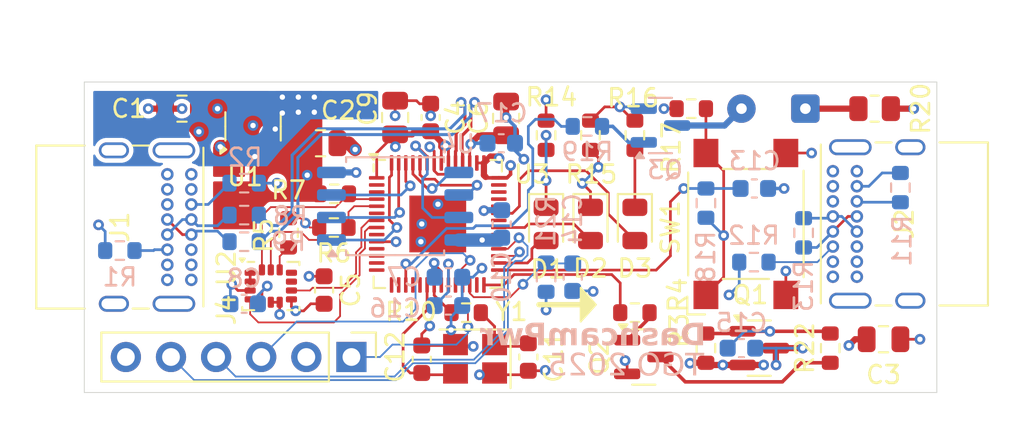
<source format=kicad_pcb>
(kicad_pcb (version 20241229) (generator "pcbnew") (generator_version "9.0")
  (layers (0 "F.Cu" signal) (4 "In1.Cu" signal) (6 "In2.Cu" signal) (8 "In3.Cu" signal) (10 "In4.Cu" signal) (2 "B.Cu" signal) (13 "F.Paste" user) (15 "B.Paste" user) (5 "F.SilkS" user "F.Silkscreen") (7 "B.SilkS" user "B.Silkscreen") (1 "F.Mask" user) (3 "B.Mask" user) (25 "Edge.Cuts" user))
  (net 0 "")
  (net 1 "+5V")
  (net 2 "GND")
  (net 3 "+3.3V")
  (net 4 "/VCORE")
  (net 5 "Net-(C11-Pad1)")
  (net 6 "Net-(U3-XIN)")
  (net 7 "/BTN")
  (net 8 "Net-(U3-RUN)")
  (net 9 "Net-(D1-K)")
  (net 10 "/LED_G")
  (net 11 "/LED_R")
  (net 12 "Net-(D2-K)")
  (net 13 "Net-(D3-K)")
  (net 14 "/LED_Y")
  (net 17 "Net-(J1-CC2)")
  (net 18 "/USB_D_P")
  (net 19 "/USB_D_N")
  (net 20 "Net-(J1-CC1)")
  (net 22 "Net-(J2-D+-PadA6)")
  (net 23 "Net-(J2-CC1)")
  (net 24 "Net-(J2-D--PadA7)")
  (net 26 "Net-(J2-CC2)")
  (net 27 "/SWC")
  (net 28 "/URX")
  (net 29 "/UTX")
  (net 30 "/SWD")
  (net 31 "Net-(Q1-G)")
  (net 32 "Net-(Q2-B)")
  (net 33 "Net-(Q3-C)")
  (net 34 "Net-(Q3-B)")
  (net 35 "/USB_OUT_ON")
  (net 36 "Net-(U2-CS)")
  (net 37 "/I2C_SCL")
  (net 38 "/I2C_SDA")
  (net 39 "/USB_RES_D_N")
  (net 40 "/USB_RES_D_P")
  (net 41 "Net-(U3-XOUT)")
  (net 42 "Net-(R17-Pad2)")
  (net 43 "/BUZZER")
  (net 44 "Net-(LS1-Pad1)")
  (net 47 "/IMU_INT2")
  (net 48 "/IMU_INT1")
  (net 51 "/QSPI_SD1")
  (net 60 "/QSPI_SD2")
  (net 61 "/QSPI_CLK")
  (net 65 "/QSPI_SS")
  (net 67 "/USB_VOUT")
  (net 72 "/QSPI_SD0")
  (net 73 "/QSPI_SD3")
  (net 75 "Net-(Q2-C)")
  (footprint "Resistor_SMD:R_0603_1608Metric" (layer "F.Cu") (at 98.5 105)
    (property "Reference" "R4")
    (property "Value" "5.1k")
  )
  (footprint "Resistor_SMD:R_0603_1608Metric" (layer "F.Cu") (at 79 100.5 -90)
    (property "Reference" "R5")
    (property "Value" "5.1k")
  )
  (footprint "Capacitor_SMD:C_0603_1608Metric" (layer "F.Cu") (at 87 94 90)
    (property "Reference" "C4")
    (property "Value" "100n")
  )
  (footprint "Connector_USB:USB_C_Receptacle_GCT_USB4085" (layer "F.Cu") (at 109.65 102.975 90)
    (property "Reference" "J2")
    (property "Value" "USB_C_Receptacle_USB2.0_16P")
  )
  (footprint "Resistor_SMD:R_0603_1608Metric" (layer "F.Cu") (at 96 95 90)
    (property "Reference" "R15")
    (property "Value" "270R")
  )
  (footprint "Resistor_SMD:R_0603_1608Metric" (layer "F.Cu") (at 102.5 107 90)
    (property "Reference" "R3")
    (property "Value" "5.1k")
  )
  (footprint "Connector_PinHeader_2.54mm:PinHeader_1x06_P2.54mm_Vertical" (layer "F.Cu") (at 82.54 107.5 -90)
    (property "Reference" "J4")
    (property "Value" "Conn_01x06")
  )
  (footprint "Package_TO_SOT_SMD:SOT-23" (layer "F.Cu") (at 99 107.5)
    (property "Reference" "Q2")
    (property "Value" "MMBT5551L")
  )
  (footprint "Capacitor_SMD:C_0603_1608Metric" (layer "F.Cu") (at 81 103.725 90)
    (property "Reference" "C5")
    (property "Value" "100n")
  )
  (footprint "Connector_Wire:SolderWire-0.1sqmm_1x02_P3.6mm_D0.4mm_OD1mm" (layer "F.Cu") (at 108.1 93.5 180)
    (property "Reference" "LS1" (hide yes))
    (property "Value" "Speaker_Crystal")
  )
  (footprint "Capacitor_SMD:C_0805_2012Metric" (layer "F.Cu") (at 73 93.5 180)
    (property "Reference" "C1")
    (property "Value" "4.7u 25V")
  )
  (footprint "Button_Switch_SMD:SW_SPST_Omron_B3FS-100xP" (layer "F.Cu") (at 104.75 100 90)
    (property "Reference" "SW1")
    (property "Value" "B3FS-1000P")
  )
  (footprint "Package_LGA:LGA-14_3x2.5mm_P0.5mm_LayoutBorder3x4y" (layer "F.Cu") (at 78 103.5)
    (property "Reference" "U2")
    (property "Value" "LSM6DS3")
  )
  (footprint "Resistor_SMD:R_0603_1608Metric" (layer "F.Cu") (at 101.675 93.5)
    (property "Reference" "R17")
    (property "Value" "5.1k")
  )
  (footprint "Connector_USB:USB_C_Receptacle_GCT_USB4085" (layer "F.Cu") (at 73.525 97.2 -90)
    (property "Reference" "J1")
    (property "Value" "USB_C_Receptacle_USB2.0_16P")
  )
  (footprint "Resistor_SMD:R_0603_1608Metric" (layer "F.Cu") (at 81.55 100.2)
    (property "Reference" "R6")
    (property "Value" "5.1k")
  )
  (footprint "Package_DFN_QFN:QFN-56-1EP_7x7mm_P0.4mm_EP3.2x3.2mm" (layer "F.Cu") (at 87.4 100)
    (property "Reference" "U3")
    (property "Value" "RP2040")
  )
  (footprint "Capacitor_SMD:C_0805_2012Metric" (layer "F.Cu") (at 85 94 90)
    (property "Reference" "C9")
    (property "Value" "1u 50V")
  )
  (footprint "LED_SMD:LED_0805_2012Metric" (layer "F.Cu") (at 98.5 100 -90)
    (property "Reference" "D3")
    (property "Value" "Yellow 0805")
  )
  (footprint "Resistor_SMD:R_0603_1608Metric" (layer "F.Cu") (at 98.5 95 90)
    (property "Reference" "R16")
    (property "Value" "270R")
  )
  (footprint "Package_TO_SOT_SMD:SOT-23-3" (layer "F.Cu") (at 77 94.5 90)
    (property "Reference" "U1")
    (property "Value" "XC6206P332MR-G")
  )
  (footprint "Resistor_SMD:R_0603_1608Metric" (layer "F.Cu") (at 109.5 107 90)
    (property "Reference" "R22")
    (property "Value" "270R")
  )
  (footprint "Package_TO_SOT_SMD:SOT-23" (layer "F.Cu") (at 105.5 107)
    (property "Reference" "Q1")
    (property "Value" "IRLML6402")
  )
  (footprint "Crystal:Crystal_SMD_Abracon_ABM8AIG-4Pin_3.2x2.5mm" (layer "F.Cu") (at 89.5 107.6 180)
    (property "Reference" "Y1")
    (property "Value" "X322512MSB4SI")
  )
  (footprint "Resistor_SMD:R_0603_1608Metric" (layer "F.Cu") (at 89 105 180)
    (property "Reference" "R10")
    (property "Value" "1k")
  )
  (footprint "LED_SMD:LED_0805_2012Metric" (layer "F.Cu") (at 96 100 -90)
    (property "Reference" "D2")
    (property "Value" "Red 0805")
  )
  (footprint "LED_SMD:LED_0805_2012Metric" (layer "F.Cu") (at 93.5 100 -90)
    (property "Reference" "D1")
    (property "Value" "Green 0805")
  )
  (footprint "Capacitor_SMD:C_0603_1608Metric" (layer "F.Cu") (at 92.5 107.5 -90)
    (property "Reference" "C11")
    (property "Value" "15p")
  )
  (footprint "Resistor_SMD:R_0805_2012Metric" (layer "F.Cu") (at 112 93.5 180)
    (property "Reference" "R20")
    (property "Value" "0R")
  )
  (footprint "Resistor_SMD:R_0603_1608Metric" (layer "F.Cu") (at 81.575 98.3)
    (property "Reference" "R7")
    (property "Value" "5.1k")
  )
  (footprint "Capacitor_SMD:C_0805_2012Metric" (layer "F.Cu") (at 91.25 94.05 90)
    (property "Reference" "C6")
    (property "Value" "1u 50V")
  )
  (footprint "Capacitor_SMD:C_0603_1608Metric" (layer "F.Cu") (at 86.5 107.625 90)
    (property "Reference" "C12")
    (property "Value" "15p")
  )
  (footprint "Resistor_SMD:R_0603_1608Metric" (layer "F.Cu") (at 93.5 95 90)
    (property "Reference" "R14")
    (property "Value" "270R")
  )
  (footprint "Capacitor_SMD:C_0805_2012Metric" (layer "F.Cu") (at 112.5 106.5)
    (property "Reference" "C3")
    (property "Value" "4.7u 25V")
  )
  (footprint "Capacitor_SMD:C_0805_2012Metric" (layer "F.Cu") (at 80.8 95.45)
    (property "Reference" "C2")
    (property "Value" "1u 50V")
  )
  (footprint "Package_TO_SOT_SMD:SOT-23" (layer "B.Cu") (at 99.9375 94.45)
    (property "Reference" "Q3")
    (property "Value" "MMBT5551L")
  )
  (footprint "Capacitor_SMD:C_0603_1608Metric" (layer "B.Cu") (at 90.975 95.45)
    (property "Reference" "C17")
    (property "Value" "100n")
  )
  (footprint "Resistor_SMD:R_0603_1608Metric" (layer "B.Cu") (at 93.5 103 90)
    (property "Reference" "R21")
    (property "Value" "5.1k")
  )
  (footprint "Capacitor_SMD:C_0603_1608Metric" (layer "B.Cu") (at 88 103)
    (property "Reference" "C7")
    (property "Value" "100n")
  )
  (footprint "Resistor_SMD:R_0603_1608Metric" (layer "B.Cu") (at 76.5 99.5)
    (property "Reference" "R8")
    (property "Value" "27R")
  )
  (footprint "Resistor_SMD:R_0603_1608Metric" (layer "B.Cu") (at 76.5 101 180)
    (property "Reference" "R9")
    (property "Value" "27R")
  )
  (footprint "Resistor_SMD:R_0603_1608Metric" (layer "B.Cu") (at 108 100.5 -90)
    (property "Reference" "R13")
    (property "Value" "NF")
  )
  (footprint "Capacitor_SMD:C_0603_1608Metric" (layer "B.Cu") (at 95 103 -90)
    (property "Reference" "C14")
    (property "Value" "100n")
  )
  (footprint "Resistor_SMD:R_0603_1608Metric" (layer "B.Cu") (at 113.45 97.95 -90)
    (property "Reference" "R11")
    (property "Value" "5.1k")
  )
  (footprint "Resistor_SMD:R_0603_1608Metric" (layer "B.Cu") (at 95.825 94.5)
    (property "Reference" "R19")
    (property "Value" "5.1k")
  )
  (footprint "Resistor_SMD:R_0603_1608Metric" (layer "B.Cu") (at 102.5 98.825 90)
    (property "Reference" "R18")
    (property "Value" "270R")
  )
  (footprint "Capacitor_SMD:C_0603_1608Metric" (layer "B.Cu") (at 104.5 107 180)
    (property "Reference" "C15")
    (property "Value" "100n")
  )
  (footprint "Capacitor_SMD:C_0603_1608Metric" (layer "B.Cu") (at 91 100 90)
    (property "Reference" "C10")
    (property "Value" "100n")
  )
  (footprint "Package_SO:SOIC-8_5.3x5.3mm_P1.27mm" (layer "B.Cu") (at 85 99)
    (property "Reference" "U4")
    (property "Value" "W25Q128JVS")
  )
  (footprint "Capacitor_SMD:C_0603_1608Metric" (layer "B.Cu") (at 88 104.6)
    (property "Reference" "C16")
    (property "Value" "100n")
  )
  (footprint "Resistor_SMD:R_0603_1608Metric" (layer "B.Cu") (at 69.5 101.5 180)
    (property "Reference" "R1")
    (property "Value" "5.1k")
  )
  (footprint "Capacitor_SMD:C_0603_1608Metric" (layer "B.Cu") (at 76.5 104.5 180)
    (property "Reference" "C8")
    (property "Value" "100n")
  )
  (footprint "Resistor_SMD:R_0603_1608Metric" (layer "B.Cu") (at 105.2 102.15)
    (property "Reference" "R12")
    (property "Value" "5.1k")
  )
  (footprint "Capacitor_SMD:C_0603_1608Metric" (layer "B.Cu") (at 105.225 98)
    (property "Reference" "C13")
    (property "Value" "100n")
  )
  (footprint "Resistor_SMD:R_0603_1608Metric" (layer "B.Cu") (at 76.5 97.7)
    (property "Reference" "R2")
    (property "Value" "5.1k")
  )
  (gr_line (start 95.45 104.55) (end 95.45 105.5) (stroke (width 0.1)) (layer "F.SilkS"))
  (gr_line (start 95.45 103.6) (end 95.45 104.55) (stroke (width 0.1)) (layer "F.SilkS"))
  (gr_line (start 95.45 105.5) (end 96.3 104.55) (stroke (width 0.1)) (layer "F.SilkS"))
  (gr_line (start 93.1 104.55) (end 95.9 104.55) (stroke (width 0.3)) (layer "F.SilkS"))
  (gr_poly (pts (xy 95.45 103.6) (xy 95.45 105.5) (xy 96.3 104.55)) (stroke (width 0.1)) (fill yes) (layer "F.SilkS"))
  (gr_line (start 96.3 104.55) (end 95.45 103.6) (stroke (width 0.1)) (layer "F.SilkS"))
  (gr_line (start 115.5 92) (end 67.5 92) (stroke (width 0.05)) (layer "Edge.Cuts"))
  (gr_line (start 115.5 109.5) (end 115.5 92) (stroke (width 0.05)) (layer "Edge.Cuts"))
  (gr_line (start 67.5 92) (end 67.5 109.5) (stroke (width 0.05)) (layer "Edge.Cuts"))
  (gr_line (start 67.5 109.5) (end 115.5 109.5) (stroke (width 0.05)) (layer "Edge.Cuts"))
  (gr_text "TGO 2025" (at 102.4 108.75 0) (layer "B.SilkS") (effects (font (size 1.25 1.25) (thickness 0.3)) (justify left bottom mirror)))
  (gr_text "DashcamPwr" (at 102.5 107.05 0) (layer "B.SilkS") (effects (font (size 1.25 1.25) (thickness 0.3)) (justify left bottom mirror)))
  (segment (start 101.625 107.825) (end 101.6 107.85) (width 0.35) (layer "F.Cu") (net 1))
  (segment (start 77 93.3625) (end 77 93.7) (width 0.75) (layer "F.Cu") (net 1))
  (segment (start 102.5 107.825) (end 101.625 107.825) (width 0.35) (layer "F.Cu") (net 1))
  (segment (start 112.9125 93.5) (end 114.2 93.5) (width 0.35) (layer "F.Cu") (net 1))
  (segment (start 77 93.7) (end 76.999 93.701) (width 0.75) (layer "F.Cu") (net 1))
  (segment (start 102.625 107.95) (end 102.5 107.825) (width 0.35) (layer "F.Cu") (net 1))
  (segment (start 73.95 93.5) (end 73.95 94.8) (width 0.35) (layer "F.Cu") (net 1))
  (segment (start 104.5625 107.95) (end 103.45 107.95) (width 0.35) (layer "F.Cu") (net 1))
  (segment (start 76.1 93.5) (end 75 93.5) (width 0.75) (layer "F.Cu") (net 1))
  (segment (start 73.95 93.5) (end 75 93.5) (width 0.35) (layer "F.Cu") (net 1))
  (segment (start 76.999 93.701) (end 76.999 94.45) (width 0.75) (layer "F.Cu") (net 1))
  (segment (start 105.55 107.95) (end 105.8 107.95) (width 0.35) (layer "F.Cu") (net 1))
  (segment (start 104.5625 107.95) (end 105.55 107.95) (width 0.35) (layer "F.Cu") (net 1))
  (segment (start 76.2375 93.3625) (end 76.1 93.5) (width 0.75) (layer "F.Cu") (net 1))
  (segment (start 105.8 107.95) (end 105.749997 107.95) (width 0.35) (layer "F.Cu") (net 1))
  (segment (start 77 93.3625) (end 76.2375 93.3625) (width 0.75) (layer "F.Cu") (net 1))
  (segment (start 103.45 107.95) (end 102.625 107.95) (width 0.35) (layer "F.Cu") (net 1))
  (via (at 75 93.5) (size 0.6) (drill 0.3) (layers "F.Cu" "B.Cu") (net 1))
  (via (at 103.45 107.95) (size 0.6) (drill 0.3) (layers "F.Cu" "B.Cu") (net 1))
  (via (at 114.2 93.5) (size 0.6) (drill 0.3) (layers "F.Cu" "B.Cu") (net 1))
  (via (at 105.749997 107.95) (size 0.6) (drill 0.3) (layers "F.Cu" "B.Cu") (net 1))
  (via (at 73.95 94.8) (size 0.6) (drill 0.3) (layers "F.Cu" "B.Cu") (net 1))
  (via (at 76.999 94.45) (size 0.6) (drill 0.3) (layers "F.Cu" "B.Cu") (net 1))
  (via (at 101.6 107.85) (size 0.6) (drill 0.3) (layers "F.Cu" "B.Cu") (net 1))
  (segment (start 72.05 93.65) (end 72.1 93.7) (width 0.1524) (layer "F.Cu") (net 2))
  (segment (start 78.5 104.4125) (end 78.5 105.1) (width 0.1524) (layer "F.Cu") (net 2))
  (segment (start 88.4 106.9) (end 89.399998 106.9) (width 0.1524) (layer "F.Cu") (net 2))
  (segment (start 96 94.175) (end 96.025 94.175) (width 0.1524) (layer "F.Cu") (net 2))
  (segment (start 113.45 106.5) (end 114.55 106.5) (width 0.1524) (layer "F.Cu") (net 2))
  (segment (start 81.75 95.45) (end 82.4 95.45) (width 0.75) (layer "F.Cu") (net 2))
  (segment (start 76.8375 103.25) (end 76.8375 102.75) (width 0.1524) (layer "F.Cu") (net 2))
  (segment (start 98.0625 108.45) (end 98.0625 107.8125) (width 0.1524) (layer "F.Cu") (net 2))
  (segment (start 72.05 93.5) (end 73 93.5) (width 0.35) (layer "F.Cu") (net 2))
  (segment (start 76.8375 103.75) (end 76.15 103.75) (width 0.1524) (layer "F.Cu") (net 2))
  (segment (start 98.0625 107.8125) (end 97.95 107.7) (width 0.1524) (layer "F.Cu") (net 2))
  (segment (start 106.95 104) (end 106.9 104.05) (width 0.1524) (layer "F.Cu") (net 2))
  (segment (start 98.5 94.175) (end 98.425 94.175) (width 0.1524) (layer "F.Cu") (net 2))
  (segment (start 86.2 93.05) (end 85 93.05) (width 0.1524) (layer "F.Cu") (net 2))
  (segment (start 88.150122 106.650122) (end 88.4 106.9) (width 0.1524) (layer "F.Cu") (net 2))
  (segment (start 107 104) (end 107 102.65) (width 0.1524) (layer "F.Cu") (net 2))
  (segment (start 76.8375 103.75) (end 76.8375 103.25) (width 0.1524) (layer "F.Cu") (net 2))
  (segment (start 85 93.05) (end 85 93.9) (width 0.1524) (layer "F.Cu") (net 2))
  (segment (start 92.5 108.275) (end 93.425 108.275) (width 0.1524) (layer "F.Cu") (net 2))
  (segment (start 87.4 100) (end 87.4 98.9) (width 0.1524) (layer "F.Cu") (net 2))
  (segment (start 86.5 106.85) (end 86.5 106.2) (width 0.1524) (layer "F.Cu") (net 2))
  (segment (start 88.150122 105.975) (end 88.150122 106.650122) (width 0.1524) (layer "F.Cu") (net 2))
  (segment (start 86.375 93.225) (end 86.2 93.05) (width 0.1524) (layer "F.Cu") (net 2))
  (segment (start 93.425 108.275) (end 93.45 108.25) (width 0.1524) (layer "F.Cu") (net 2))
  (segment (start 76.05 95.6375) (end 75.1625 95.6375) (width 0.75) (layer "F.Cu") (net 2))
  (segment (start 88.25 106.9) (end 88.2 106.85) (width 0.1524) (layer "F.Cu") (net 2))
  (segment (start 87 93.225) (end 87 93.9) (width 0.1524) (layer "F.Cu") (net 2))
  (segment (start 88.4 106.9) (end 88.25 106.9) (width 0.1524) (layer "F.Cu") (net 2))
  (segment (start 81 102.95) (end 80.15 102.95) (width 0.1524) (layer "F.Cu") (net 2))
  (segment (start 96.8 93.4) (end 97.65 93.4) (width 0.1524) (layer "F.Cu") (net 2))
  (segment (start 82.4 95.45) (end 82.75 95.8) (width 0.75) (layer "F.Cu") (net 2))
  (segment (start 76.15 103.75) (end 75.8 103.4) (width 0.1524) (layer "F.Cu") (net 2))
  (segment (start 96.025 94.175) (end 96.8 93.4) (width 0.1524) (layer "F.Cu") (net 2))
  (segment (start 98.425 94.175) (end 97.65 93.4) (width 0.1524) (layer "F.Cu") (net 2))
  (segment (start 87.4 100.05) (end 86.45 101) (width 0.1524) (layer "F.Cu") (net 2))
  (segment (start 90.6 108.5) (end 89.75 108.5) (width 0.1524) (layer "F.Cu") (net 2))
  (segment (start 87.4 100) (end 87.4 100.05) (width 0.1524) (layer "F.Cu") (net 2))
  (segment (start 88.2 106.85) (end 86.5 106.85) (width 0.1524) (layer "F.Cu") (net 2))
  (segment (start 75.1625 95.6375) (end 75.15 95.65) (width 0.75) (layer "F.Cu") (net 2))
  (segment (start 87 93.225) (end 86.375 93.225) (width 0.1524) (layer "F.Cu") (net 2))
  (segment (start 90.6 108.5) (end 92.275 108.5) (width 0.1524) (layer "F.Cu") (net 2))
  (segment (start 93.5 94.175) (end 93.5 93) (width 0.1524) (layer "F.Cu") (net 2))
  (segment (start 91.25 93.1) (end 91.25 94) (width 0.35) (layer "F.Cu") (net 2))
  (segment (start 87.4 98.9) (end 87.411725 98.888275) (width 0.1524) (layer "F.Cu") (net 2))
  (segment (start 92.275 108.5) (end 92.5 108.275) (width 0.1524) (layer "F.Cu") (net 2))
  (segment (start 86.5 106.2) (end 86.95 105.75) (width 0.1524) (layer "F.Cu") (net 2))
  (segment (start 87.4 100) (end 86.5 100) (width 0.1524) (layer "F.Cu") (net 2))
  (segment (start 71.1 93.5) (end 72.05 93.5) (width 0.35) (layer "F.Cu") (net 2))
  (segment (start 107 96) (end 108.45 96) (width 0.1524) (layer "F.Cu") (net 2))
  (segment (start 78 104.4125) (end 78.5 104.4125) (width 0.1524) (layer "F.Cu") (net 2))
  (via (at 73 93.5) (size 0.6) (drill 0.3) (layers "F.Cu" "B.Cu") (net 2))
  (via (at 88.150122 105.975) (size 0.6) (drill 0.3) (layers "F.Cu" "B.Cu") (net 2))
  (via (at 82.75 95.8) (size 0.6) (drill 0.3) (layers "F.Cu" "B.Cu") (net 2))
  (via (at 91.25 94) (size 0.6) (drill 0.3) (layers "F.Cu" "B.Cu") (net 2))
  (via (at 78.5 105.1) (size 0.6) (drill 0.3) (layers "F.Cu" "B.Cu") (net 2))
  (via (at 86.45 101) (size 0.6) (drill 0.3) (layers "F.Cu" "B.Cu") (net 2))
  (via (at 78.35 97.7) (size 0.6) (drill 0.3) (layers "F.Cu" "B.Cu") (net 2))
  (via (at 87 93.9) (size 0.6) (drill 0.3) (layers "F.Cu" "B.Cu") (net 2))
  (via (at 97.65 93.4) (size 0.6) (drill 0.3) (layers "F.Cu" "B.Cu") (net 2))
  (via (at 97.95 107.7) (size 0.6) (drill 0.3) (layers "F.Cu" "B.Cu") (net 2))
  (via (at 89.888167 102.492598) (size 0.6) (drill 0.3) (layers "F.Cu" "B.Cu") (net 2))
  (via (at 107 102.65) (size 0.6) (drill 0.3) (layers "F.Cu" "B.Cu") (net 2))
  (via (at 86.5 100) (size 0.6) (drill 0.3) (layers "F.Cu" "B.Cu") (net 2))
  (via (at 106.9 98) (size 0.6) (drill 0.3) (layers "F.Cu" "B.Cu") (net 2))
  (via (at 93.5 93) (size 0.6) (drill 0.3) (layers "F.Cu" "B.Cu") (net 2))
  (via (at 114.55 106.5) (size 0.6) (drill 0.3) (layers "F.Cu" "B.Cu") (net 2))
  (via (at 68.3 100.05) (size 0.6) (drill 0.3) (layers "F.Cu" "B.Cu") (net 2))
  (via (at 93.45 108.25) (size 0.6) (drill 0.3) (layers "F.Cu" "B.Cu") (net 2))
  (via (at 89.75 108.5) (size 0.6) (drill 0.3) (layers "F.Cu" "B.Cu") (net 2))
  (via (at 82.8 97.1) (size 0.6) (drill 0.3) (layers "F.Cu" "B.Cu") (net 2))
  (via (at 85 93.9) (size 0.6) (drill 0.3) (layers "F.Cu" "B.Cu") (net 2))
  (via (at 75.15 95.65) (size 0.6) (drill 0.3) (layers "F.Cu" "B.Cu") (net 2))
  (via (at 87.411725 98.888275) (size 0.6) (drill 0.3) (layers "F.Cu" "B.Cu") (net 2))
  (via (at 108.45 96) (size 0.6) (drill 0.3) (layers "F.Cu" "B.Cu") (net 2))
  (via (at 89.399998 106.9) (size 0.6) (drill 0.3) (layers "F.Cu" "B.Cu") (net 2))
  (via (at 86.95 105.75) (size 0.6) (drill 0.3) (layers "F.Cu" "B.Cu") (net 2))
  (via (at 80.15 102.95) (size 0.6) (drill 0.3) (layers "F.Cu" "B.Cu") (net 2))
  (via (at 96.15 103.8) (size 0.6) (drill 0.3) (layers "F.Cu" "B.Cu") (net 2))
  (via (at 92.25 96.35) (size 0.6) (drill 0.3) (layers "F.Cu" "B.Cu") (net 2))
  (via (at 71.1 93.5) (size 0.6) (drill 0.3) (layers "F.Cu" "B.Cu") (net 2))
  (via (at 75.8 103.4) (size 0.6) (drill 0.3) (layers "F.Cu" "B.Cu") (net 2))
  (via (at 90 99.25) (size 0.6) (drill 0.3) (layers "F.Cu" "B.Cu") (net 2))
  (segment (start 89.380765 103) (end 89.888167 102.492598) (width 0.1524) (layer "B.Cu") (net 2))
  (segment (start 91.75 94.5) (end 91.25 94) (width 0.2) (layer "B.Cu") (net 2))
  (segment (start 81.4125 97.095) (end 82.795 97.095) (width 0.35) (layer "B.Cu") (net 2))
  (segment (start 106 98) (end 106.9 98) (width 0.2) (layer "B.Cu") (net 2))
  (segment (start 82.795 97.095) (end 82.8 97.1) (width 0.35) (layer "B.Cu") (net 2))
  (segment (start 91.75 95.45) (end 91.75 94.5) (width 0.2) (layer "B.Cu") (net 2))
  (segment (start 91.75 95.45) (end 91.75 95.85) (width 0.2) (layer "B.Cu") (net 2))
  (segment (start 90.025 99.225) (end 90 99.25) (width 0.35) (layer "B.Cu") (net 2))
  (segment (start 88.150122 105.975) (end 88.150122 105.224878) (width 0.1524) (layer "B.Cu") (net 2))
  (segment (start 75.725 104.5) (end 75.725 103.475) (width 0.1524) (layer "B.Cu") (net 2))
  (segment (start 77.325 97.7) (end 78.35 97.7) (width 0.1524) (layer "B.Cu") (net 2))
  (segment (start 98.25 93.5) (end 98.15 93.4) (width 0.1524) (layer "B.Cu") (net 2))
  (segment (start 88.775 104.6) (end 88.775 103) (width 0.1524) (layer "B.Cu") (net 2))
  (segment (start 99 93.5) (end 98.25 93.5) (width 0.1524) (layer "B.Cu") (net 2))
  (segment (start 91 99.225) (end 90.025 99.225) (width 0.35) (layer "B.Cu") (net 2))
  (segment (start 68.675 100.425) (end 68.3 100.05) (width 0.1524) (layer "B.Cu") (net 2))
  (segment (start 91.75 95.85) (end 92.25 96.35) (width 0.2) (layer "B.Cu") (net 2))
  (segment (start 96.125 103.775) (end 96.15 103.8) (width 0.1524) (layer "B.Cu") (net 2))
  (segment (start 95 103.775) (end 96.125 103.775) (width 0.1524) (layer "B.Cu") (net 2))
  (segment (start 98.15 93.4) (end 97.65 93.4) (width 0.1524) (layer "B.Cu") (net 2))
  (segment (start 88.150122 105.224878) (end 88.775 104.6) (width 0.1524) (layer "B.Cu") (net 2))
  (segment (start 75.725 103.475) (end 75.8 103.4) (width 0.1524) (layer "B.Cu") (net 2))
  (segment (start 88.775 103) (end 89.380765 103) (width 0.1524) (layer "B.Cu") (net 2))
  (segment (start 68.675 101.5) (end 68.675 100.425) (width 0.1524) (layer "B.Cu") (net 2))
  (segment (start 88 95.65) (end 87.6 95.65) (width 0.35) (layer "F.Cu") (net 3))
  (segment (start 79.675 99.675) (end 79 99.675) (width 0.1) (layer "F.Cu") (net 3))
  (segment (start 87.6 102.675909) (end 87.6 103.4375) (width 0.1524) (layer "F.Cu") (net 3))
  (segment (start 86.125 94.775) (end 87 94.775) (width 0.35) (layer "F.Cu") (net 3))
  (segment (start 90 96.5625) (end 90 97.25) (width 0.35) (layer "F.Cu") (net 3))
  (segment (start 77.95 95.6375) (end 78.6875 95.6375) (width 0.75) (layer "F.Cu") (net 3))
  (segment (start 85 94.95) (end 85 95.628808) (width 0.35) (layer "F.Cu") (net 3))
  (segment (start 87.2 102.275909) (end 87.6 102.675909) (width 0.1524) (layer "F.Cu") (net 3))
  (segment (start 91.5 96.7) (end 91.5 97.2) (width 0.2) (layer "F.Cu") (net 3))
  (segment (start 90.15 97.4) (end 90.1 97.35) (width 0.2) (layer "F.Cu") (net 3))
  (segment (start 79.95 99.95) (end 79.675 99.675) (width 0.1) (layer "F.Cu") (net 3))
  (segment (start 79.1625 104.6625) (end 79.4 104.9) (width 0.1524) (layer "F.Cu") (net 3))
  (segment (start 91.3 97.4) (end 90.8375 97.4) (width 0.2) (layer "F.Cu") (net 3))
  (segment (start 78.7 95.65) (end 78.7125 95.6375) (width 0.75) (layer "F.Cu") (net 3))
  (segment (start 87.6 96.5625) (end 87.6 95.65) (width 0.1524) (layer "F.Cu") (net 3))
  (segment (start 100.138248 93.5) (end 100.1375 93.500748) (width 0.1524) (layer "F.Cu") (net 3))
  (segment (start 88 95.744188) (end 87.8438 95.587988) (width 0.1524) (layer "F.Cu") (net 3))
  (segment (start 85 95.628808) (end 85.013075 95.641883) (width 0.35) (layer "F.Cu") (net 3))
  (segment (start 79.4 104.9) (end 79.85 104.9) (width 0.1524) (layer "F.Cu") (net 3))
  (segment (start 87.6 95.375) (end 87.6 95.65) (width 0.35) (layer "F.Cu") (net 3))
  (segment (start 80.05 97.6) (end 80.75 98.3) (width 0.1) (layer "F.Cu") (net 3))
  (segment (start 90.75 96.2) (end 90.3625 96.2) (width 0.35) (layer "F.Cu") (net 3))
  (segment (start 87.2 102.2) (end 87.2 102.275909) (width 0.1524) (layer "F.Cu") (net 3))
  (segment (start 91.5 97.2) (end 91.3 97.4) (width 0.2) (layer "F.Cu") (net 3))
  (segment (start 83.9625 97.4) (end 83.9625 95.9875) (width 0.1524) (layer "F.Cu") (net 3))
  (segment (start 88 96.1) (end 88 95.744188) (width 0.1524) (layer "F.Cu") (net 3))
  (segment (start 78.7125 95.6375) (end 79.6625 95.6375) (width 0.75) (layer "F.Cu") (net 3))
  (segment (start 77.5 104.4125) (end 77.5 103.8) (width 0.1524) (layer "F.Cu") (net 3))
  (segment (start 77.95 94.95) (end 77.95 95.6375) (width 0.75) (layer "F.Cu") (net 3))
  (segment (start 90.3625 96.2) (end 90 96.5625) (width 0.35) (layer "F.Cu") (net 3))
  (segment (start 77.5 103.8) (end 77.7 103.6) (width 0.1524) (layer "F.Cu") (net 3))
  (segment (start 77.7 103.6) (end 77.8 103.5) (width 0.1524) (layer "F.Cu") (net 3))
  (segment (start 79.95 99.95) (end 80.2 100.2) (width 0.1) (layer "F.Cu") (net 3))
  (segment (start 88 96.1) (end 88 95.65) (width 0.1524) (layer "F.Cu") (net 3))
  (segment (start 79.85 104.9) (end 80.25 104.5) (width 0.1524) (layer "F.Cu") (net 3))
  (segment (start 88 96.5625) (end 88 96.1) (width 0.1524) (layer "F.Cu") (net 3))
  (segment (start 90.8375 97.4) (end 90.15 97.4) (width 0.2) (layer "F.Cu") (net 3))
  (segment (start 79.1625 104.25) (end 79.1625 104.6625) (width 0.1524) (layer "F.Cu") (net 3))
  (segment (start 90.8375 101) (end 89.995 101) (width 0.1524) (layer "F.Cu") (net 3))
  (segment (start 87 94.775) (end 87.6 95.375) (width 0.35) (layer "F.Cu") (net 3))
  (segment (start 90.85 96.3) (end 90.75 96.2) (width 0.35) (layer "F.Cu") (net 3))
  (segment (start 78.25 94.65) (end 77.95 94.95) (width 0.75) (layer "F.Cu") (net 3))
  (segment (start 100.15 93.5) (end 100.138248 93.5) (width 0.1524) (layer "F.Cu") (net 3))
  (segment (start 80.2 100.2) (end 80.725 100.2) (width 0.1) (layer "F.Cu") (net 3))
  (segment (start 83.9625 101) (end 85.05 101) (width 0.1524) (layer "F.Cu") (net 3))
  (segment (start 80.05 97.25) (end 80.05 97.6) (width 0.1) (layer "F.Cu") (net 3))
  (segment (start 90 97.25) (end 90.1 97.35) (width 0.35) (layer "F.Cu") (net 3))
  (segment (start 79.6625 95.6375) (end 79.85 95.45) (width 0.75) (layer "F.Cu") (net 3))
  (segment (start 80.25 104.5) (end 81 104.5) (width 0.1524) (layer "F.Cu") (net 3))
  (segment (start 85 94.95) (end 85.95 94.95) (width 0.35) (layer "F.Cu") (net 3))
  (segment (start 89.995 101) (end 89.9 100.905) (width 0.1524) (layer "F.Cu") (net 3))
  (segment (start 89.6 96.5625) (end 90 96.5625) (width 0.1524) (layer "F.Cu") (net 3))
  (segment (start 83.9625 95.9875) (end 85 94.95) (width 0.1524) (layer "F.Cu") (net 3))
  (segment (start 100.85 93.5) (end 100.15 93.5) (width 0.1524) (layer "F.Cu") (net 3))
  (segment (start 78.6875 95.6375) (end 78.7 95.65) (width 0.75) (layer "F.Cu") (net 3))
  (segment (start 85.95 94.95) (end 86.125 94.775) (width 0.35) (layer "F.Cu") (net 3))
  (via (at 93.5 104.85) (size 0.6) (drill 0.3) (layers "F.Cu" "B.Cu") (net 3))
  (via (at 87.8438 95.587988) (size 0.6) (drill 0.3) (layers "F.Cu" "B.Cu") (net 3))
  (via (at 91.5 96.7) (size 0.6) (drill 0.3) (layers "F.Cu" "B.Cu") (net 3))
  (via (at 85.05 101) (size 0.6) (drill 0.3) (layers "F.Cu" "B.Cu") (net 3))
  (via (at 78.25 94.65) (size 0.6) (drill 0.3) (layers "F.Cu" "B.Cu") (net 3))
  (via (at 89.9 100.905) (size 0.6) (drill 0.3) (layers "F.Cu" "B.Cu") (net 3))
  (via (at 79.55 92.85) (size 0.6) (drill 0.3) (layers "F.Cu" "B.Cu") (net 3))
  (via (at 79.4 104.9) (size 0.6) (drill 0.3) (layers "F.Cu" "B.Cu") (net 3))
  (via (at 78.65 93.75) (size 0.6) (drill 0.3) (layers "F.Cu" "B.Cu") (net 3))
  (via (at 78.65 92.85) (size 0.6) (drill 0.3) (layers "F.Cu" "B.Cu") (net 3))
  (via (at 80.45 92.85) (size 0.6) (drill 0.3) (layers "F.Cu" "B.Cu") (net 3))
  (via (at 80.45 93.7) (size 0.6) (drill 0.3) (layers "F.Cu" "B.Cu") (net 3))
  (via (at 79.95 99.95) (size 0.6) (drill 0.3) (layers "F.Cu" "B.Cu") (net 3))
  (via (at 80.05 97.25) (size 0.6) (drill 0.3) (layers "F.Cu" "B.Cu") (net 3))
  (via (at 77.8 103.5) (size 0.6) (drill 0.3) (layers "F.Cu" "B.Cu") (net 3))
  (via (at 77.1 96.2) (size 0.6) (drill 0.3) (layers "F.Cu" "B.Cu") (net 3))
  (via (at 100.1375 93.500748) (size 0.6) (drill 0.3) (layers "F.Cu" "B.Cu") (net 3))
  (via (at 90.85 96.3) (size 0.6) (drill 0.3) (layers "F.Cu" "B.Cu") (net 3))
  (via (at 85.013075 95.641883) (size 0.6) (drill 0.3) (layers "F.Cu" "B.Cu") (net 3))
  (via (at 79.55 93.7) (size 0.6) (drill 0.3) (layers "F.Cu" "B.Cu") (net 3))
  (via (at 87.2 102.2) (size 0.6) (drill 0.3) (layers "F.Cu" "B.Cu") (net 3))
  (segment (start 87.2 102.975) (end 87.225 103) (width 0.35) (layer "B.Cu") (net 3))
  (segment (start 77.275 104.5) (end 77.275 104.025) (width 0.1524) (layer "B.Cu") (net 3))
  (segment (start 88.5875 100.905) (end 90.87 100.905) (width 0.75) (layer "B.Cu") (net 3))
  (segment (start 77.275 104.025) (end 77.8 103.5) (width 0.1524) (layer "B.Cu") (net 3))
  (segment (start 90.87 100.905) (end 91 100.775) (width 0.75) (layer "B.Cu") (net 3))
  (segment (start 93.5 103.825) (end 93.5 104.85) (width 0.1524) (layer "B.Cu") (net 3))
  (segment (start 87.2 102.2) (end 87.2 102.975) (width 0.35) (layer "B.Cu") (net 3))
  (segment (start 91.25 95) (end 89.7322 95) (width 0.35) (layer "F.Cu") (net 4))
  (segment (start 89.2 95.5322) (end 89.2 96.5625) (width 0.1524) (layer "F.Cu") (net 4))
  (segment (start 88 103.4375) (end 88 102.25) (width 0.1524) (layer "F.Cu") (net 4))
  (segment (start 87.2 96.5625) (end 87.2 97) (width 0.1524) (layer "F.Cu") (net 4))
  (segment (start 87.2 97) (end 87.4 97.2) (width 0.1524) (layer "F.Cu") (net 4))
  (segment (start 89 97.2) (end 89.2 97) (width 0.1524) (layer "F.Cu") (net 4))
  (segment (start 89.3661 95.3661) (end 89.2322 95.5) (width 0.35) (layer "F.Cu") (net 4))
  (segment (start 89.2 97) (end 89.2 96.5625) (width 0.1524) (layer "F.Cu") (net 4))
  (segment (start 89.2322 95.5) (end 89.2 95.5322) (width 0.1524) (layer "F.Cu") (net 4))
  (segment (start 87.4 97.2) (end 89 97.2) (width 0.1524) (layer "F.Cu") (net 4))
  (segment (start 89.3661 95.3661) (end 89.2562 95.476) (width 0.35) (layer "F.Cu") (net 4))
  (segment (start 89.7322 95) (end 89.3661 95.3661) (width 0.35) (layer "F.Cu") (net 4))
  (segment (start 87.2 95.9) (end 86.95 95.65) (width 0.1524) (layer "F.Cu") (net 4))
  (segment (start 87.2 96.5625) (end 87.2 95.9) (width 0.1524) (layer "F.Cu") (net 4))
  (segment (start 88 103.55) (end 87.95 103.6) (width 0.1) (layer "F.Cu") (net 4))
  (segment (start 89.2562 95.476) (end 89.2562 95.5) (width 0.35) (layer "F.Cu") (net 4))
  (via (at 88 102.25) (size 0.6) (drill 0.3) (layers "F.Cu" "B.Cu") (net 4))
  (via (at 86.95 95.65) (size 0.6) (drill 0.3) (layers "F.Cu" "B.Cu") (net 4))
  (via (at 89.2562 95.5) (size 0.6) (drill 0.3) (layers "F.Cu" "B.Cu") (net 4))
  (segment (start 88 102.25) (end 88 103.825) (width 0.1524) (layer "B.Cu") (net 4))
  (segment (start 89.3062 95.45) (end 89.2562 95.5) (width 0.2) (layer "B.Cu") (net 4))
  (segment (start 88 103.825) (end 87.225 104.6) (width 0.1524) (layer "B.Cu") (net 4))
  (segment (start 90.2 95.45) (end 89.3062 95.45) (width 0.2) (layer "B.Cu") (net 4))
  (segment (start 90.6 106.9) (end 92.325 106.9) (width 0.1524) (layer "F.Cu") (net 5))
  (segment (start 90.6 105.775) (end 89.825 105) (width 0.1524) (layer "F.Cu") (net 5))
  (segment (start 90.6 106.9) (end 90.6 105.775) (width 0.1524) (layer "F.Cu") (net 5))
  (segment (start 92.325 106.9) (end 92.5 106.725) (width 0.1524) (layer "F.Cu") (net 5))
  (segment (start 85.45 106.2) (end 86.8 104.85) (width 0.1524) (layer "F.Cu") (net 6))
  (segment (start 85.85 108.4) (end 85.45 108) (width 0.1524) (layer "F.Cu") (net 6))
  (segment (start 88.4 108.5) (end 86.6 108.5) (width 0.1524) (layer "F.Cu") (net 6))
  (segment (start 86.8 104.85) (end 86.8 103.4375) (width 0.1524) (layer "F.Cu") (net 6))
  (segment (start 86.5 108.4) (end 85.85 108.4) (width 0.1524) (layer "F.Cu") (net 6))
  (segment (start 86.6 108.5) (end 86.5 108.4) (width 0.1524) (layer "F.Cu") (net 6))
  (segment (start 85.45 108) (end 85.45 106.2) (width 0.1524) (layer "F.Cu") (net 6))
  (segment (start 100.5 101.8) (end 99.7 102.6) (width 0.1524) (layer "F.Cu") (net 7))
  (segment (start 99.7 102.6) (end 90.8375 102.6) (width 0.1524) (layer "F.Cu") (net 7))
  (segment (start 101.25 98) (end 100.5 98.75) (width 0.1524) (layer "F.Cu") (net 7))
  (segment (start 100.5 98.75) (end 100.5 101.8) (width 0.1524) (layer "F.Cu") (net 7))
  (via (at 101.25 98) (size 0.6) (drill 0.3) (layers "F.Cu" "B.Cu") (net 7))
  (segment (start 101.25 98) (end 102.5 98) (width 0.1524) (layer "B.Cu") (net 7))
  (segment (start 104.45 98) (end 102.5 98) (width 0.1524) (layer "B.Cu") (net 7))
  (segment (start 91.474 104.126) (end 92.2 103.4) (width 0.1) (layer "F.Cu") (net 8))
  (segment (start 89.423936 104.126) (end 90.05 104.126) (width 0.1) (layer "F.Cu") (net 8))
  (segment (start 90.05 104.126) (end 91.474 104.126) (width 0.1) (layer "F.Cu") (net 8))
  (segment (start 89.2 103.4375) (end 89.2 103.902064) (width 0.1) (layer "F.Cu") (net 8))
  (segment (start 89.2 103.902064) (end 89.423936 104.126) (width 0.1) (layer "F.Cu") (net 8))
  (via (at 92.2 103.4) (size 0.6) (drill 0.3) (layers "F.Cu" "B.Cu") (net 8))
  (segment (start 95 102.225) (end 93.55 102.225) (width 0.1) (layer "B.Cu") (net 8))
  (segment (start 93.425 102.175) (end 92.2 103.4) (width 0.1) (layer "B.Cu") (net 8))
  (segment (start 93.5 102.175) (end 93.425 102.175) (width 0.1) (layer "B.Cu") (net 8))
  (segment (start 93.55 102.225) (end 93.5 102.175) (width 0.1) (layer "B.Cu") (net 8))
  (segment (start 93.5 99.0625) (end 93.5 97.55) (width 0.1524) (layer "F.Cu") (net 9))
  (segment (start 93.5 95.825) (end 93.5 95) (width 0.1524) (layer "F.Cu") (net 9))
  (segment (start 93.5 99.0625) (end 92.9375 99.0625) (width 0.1524) (layer "F.Cu") (net 9))
  (via (at 93.5 97.55) (size 0.6) (drill 0.3) (layers "F.Cu" "B.Cu") (net 9))
  (via (at 93.5 95) (size 0.6) (drill 0.3) (layers "F.Cu" "B.Cu") (net 9))
  (segment (start 93.5 97.55) (end 93.5 95) (width 0.1524) (layer "B.Cu") (net 9))
  (segment (start 93.1625 100.9375) (end 93.5 100.9375) (width 0.1524) (layer "F.Cu") (net 10))
  (segment (start 90.8375 102.2) (end 92.45 102.2) (width 0.1524) (layer "F.Cu") (net 10))
  (segment (start 92.7 101.95) (end 92.7 101.4) (width 0.1524) (layer "F.Cu") (net 10))
  (segment (start 92.7 101.4) (end 93.1625 100.9375) (width 0.1524) (layer "F.Cu") (net 10))
  (segment (start 92.45 102.2) (end 92.7 101.95) (width 0.1524) (layer "F.Cu") (net 10))
  (segment (start 95.0625 100) (end 96 100.9375) (width 0.1524) (layer "F.Cu") (net 11))
  (segment (start 92.5 100) (end 95.0625 100) (width 0.1524) (layer "F.Cu") (net 11))
  (segment (start 92.3 100.2) (end 92.5 100) (width 0.1524) (layer "F.Cu") (net 11))
  (segment (start 90.8375 100.2) (end 92.3 100.2) (width 0.1524) (layer "F.Cu") (net 11))
  (segment (start 96.45 96.8) (end 96.45 96.275) (width 0.1524) (layer "F.Cu") (net 12))
  (segment (start 96.45 96.275) (end 96 95.825) (width 0.1524) (layer "F.Cu") (net 12))
  (segment (start 96 98.17345) (end 95.538275 97.711725) (width 0.1524) (layer "F.Cu") (net 12))
  (segment (start 96 99.0625) (end 96 98.17345) (width 0.1524) (layer "F.Cu") (net 12))
  (via (at 96.45 96.8) (size 0.6) (drill 0.3) (layers "F.Cu" "B.Cu") (net 12))
  (via (at 95.538275 97.711725) (size 0.6) (drill 0.3) (layers "F.Cu" "B.Cu") (net 12))
  (segment (start 95.538275 97.711725) (end 96.45 96.8) (width 0.1524) (layer "B.Cu") (net 12))
  (segment (start 98.5 99.0625) (end 98.5 95.825) (width 0.1524) (layer "F.Cu") (net 13))
  (segment (start 97 99.4375) (end 98.5 100.9375) (width 0.1524) (layer "F.Cu") (net 14))
  (segment (start 92.5 97) (end 95.75 97) (width 0.1524) (layer "F.Cu") (net 14))
  (segment (start 92 99) (end 92 97.5) (width 0.1524) (layer "F.Cu") (net 14))
  (segment (start 92 97.5) (end 92.5 97) (width 0.1524) (layer "F.Cu") (net 14))
  (segment (start 97 98.25) (end 97 99.4375) (width 0.1524) (layer "F.Cu") (net 14))
  (segment (start 91.6 99.4) (end 92 99) (width 0.1524) (layer "F.Cu") (net 14))
  (segment (start 95.75 97) (end 97 98.25) (width 0.1524) (layer "F.Cu") (net 14))
  (segment (start 90.8375 99.4) (end 91.6 99.4) (width 0.1524) (layer "F.Cu") (net 14))
  (segment (start 72.125 101.5) (end 72.175 101.45) (width 0.1) (layer "B.Cu") (net 17))
  (segment (start 70.325 101.5) (end 71.4 101.5) (width 0.1524) (layer "B.Cu") (net 17))
  (segment (start 71.45 101.45) (end 72.175 101.45) (width 0.1524) (layer "B.Cu") (net 17))
  (segment (start 71.4 101.5) (end 71.45 101.45) (width 0.1524) (layer "B.Cu") (net 17))
  (segment (start 75.6 99.5) (end 75.0024 100.0976) (width 0.1524) (layer "B.Cu") (net 18))
  (segment (start 75.0024 100.0976) (end 73.8726 100.0976) (width 0.1524) (layer "B.Cu") (net 18))
  (segment (start 73.8726 100.0976) (end 73.525 99.75) (width 0.1524) (layer "B.Cu") (net 18))
  (segment (start 73.025 99.75) (end 72.175 100.6) (width 0.1524) (layer "B.Cu") (net 18))
  (segment (start 75.675 99.5) (end 75.6 99.5) (width 0.1524) (layer "B.Cu") (net 18))
  (segment (start 73.525 99.75) (end 73.025 99.75) (width 0.1524) (layer "B.Cu") (net 18))
  (segment (start 73.525 100.6) (end 73.025 100.6) (width 0.1524) (layer "F.Cu") (net 19))
  (segment (start 72.245654 99.75) (end 72.175 99.75) (width 0.1524) (layer "F.Cu") (net 19))
  (segment (start 73.025 100.6) (end 72.175 99.75) (width 0.1524) (layer "F.Cu") (net 19))
  (segment (start 73.7226 100.4024) (end 73.525 100.6) (width 0.1524) (layer "B.Cu") (net 19))
  (segment (start 73.525 100.6) (end 73.725 100.4) (width 0.1524) (layer "B.Cu") (net 19))
  (segment (start 75.0024 100.4024) (end 73.7226 100.4024) (width 0.1524) (layer "B.Cu") (net 19))
  (segment (start 75.6 101) (end 75.0024 100.4024) (width 0.1524) (layer "B.Cu") (net 19))
  (segment (start 75.675 101) (end 75.6 101) (width 0.1524) (layer "B.Cu") (net 19))
  (segment (start 75.675 97.7) (end 74.475 98.9) (width 0.1524) (layer "B.Cu") (net 20))
  (segment (start 74.475 98.9) (end 73.525 98.9) (width 0.1524) (layer "B.Cu") (net 20))
  (segment (start 111 99.575) (end 110.5 99.575) (width 0.1524) (layer "F.Cu") (net 22))
  (segment (start 110.5 99.575) (end 109.65 100.425) (width 0.1524) (layer "F.Cu") (net 22))
  (segment (start 108.75 101.325) (end 109.65 100.425) (width 0.1524) (layer "B.Cu") (net 22))
  (segment (start 108 101.325) (end 108.75 101.325) (width 0.1524) (layer "B.Cu") (net 22))
  (segment (start 108.775 102.15) (end 109.65 101.275) (width 0.1) (layer "B.Cu") (net 23))
  (segment (start 106.025 102.15) (end 108.775 102.15) (width 0.1) (layer "B.Cu") (net 23))
  (segment (start 110.15 99.575) (end 111 100.425) (width 0.1524) (layer "B.Cu") (net 24))
  (segment (start 108 99.675) (end 109.55 99.675) (width 0.1524) (layer "B.Cu") (net 24))
  (segment (start 109.55 99.675) (end 109.65 99.575) (width 0.1524) (layer "B.Cu") (net 24))
  (segment (start 109.65 99.575) (end 110.15 99.575) (width 0.1524) (layer "B.Cu") (net 24))
  (segment (start 113.45 98.775) (end 111.05 98.775) (width 0.1524) (layer "B.Cu") (net 26))
  (segment (start 111.05 98.775) (end 111 98.725) (width 0.1524) (layer "B.Cu") (net 26))
  (segment (start 88.4 103.4375) (end 88.4 102.870823) (width 0.1) (layer "F.Cu") (net 27))
  (segment (start 88.4 102.870823) (end 89.223608 102.047215) (width 0.1) (layer "F.Cu") (net 27))
  (via (at 89.223608 102.047215) (size 0.6) (drill 0.3) (layers "F.Cu" "B.Cu") (net 27))
  (segment (start 85.45 105.5) (end 79.46 105.5) (width 0.1) (layer "B.Cu") (net 27))
  (segment (start 88.825393 101.649) (end 86.971768 101.649) (width 0.1) (layer "B.Cu") (net 27))
  (segment (start 86.971768 101.649) (end 86.15 102.470768) (width 0.1) (layer "B.Cu") (net 27))
  (segment (start 86.15 102.470768) (end 86.15 104.8) (width 0.1) (layer "B.Cu") (net 27))
  (segment (start 86.15 104.8) (end 85.45 105.5) (width 0.1) (layer "B.Cu") (net 27))
  (segment (start 79.46 105.5) (end 77.46 107.5) (width 0.1) (layer "B.Cu") (net 27))
  (segment (start 89.223608 102.047215) (end 88.825393 101.649) (width 0.1) (layer "B.Cu") (net 27))
  (segment (start 91.3512 101.4) (end 91.975 100.7762) (width 0.1) (layer "F.Cu") (net 28))
  (segment (start 90.8375 101.4) (end 91.3512 101.4) (width 0.1) (layer "F.Cu") (net 28))
  (via (at 91.975 100.7762) (size 0.6) (drill 0.3) (layers "F.Cu" "B.Cu") (net 28))
  (segment (start 91.779521 102.083077) (end 92.133077 102.083077) (width 0.1) (layer "B.Cu") (net 28))
  (segment (start 92.133077 102.083077) (end 92.453616 101.762537) (width 0.1) (layer "B.Cu") (net 28))
  (segment (start 89.512487 107.851) (end 91.35 106.013486) (width 0.1) (layer "B.Cu") (net 28))
  (segment (start 91.975 100.7762) (end 91.975 100.825) (width 0.1) (layer "B.Cu") (net 28))
  (segment (start 91.975 100.825) (end 91.95 100.85) (width 0.1) (layer "B.Cu") (net 28))
  (segment (start 73.681 108.801) (end 72.38 107.5) (width 0.1) (layer "B.Cu") (net 28))
  (segment (start 92.453616 101.762537) (end 92.453616 101.254816) (width 0.1) (layer "B.Cu") (net 28))
  (segment (start 92.453616 101.254816) (end 91.975 100.7762) (width 0.1) (layer "B.Cu") (net 28))
  (segment (start 86 107.851) (end 85.05 108.801) (width 0.1) (layer "B.Cu") (net 28))
  (segment (start 85.05 108.801) (end 73.681 108.801) (width 0.1) (layer "B.Cu") (net 28))
  (segment (start 91.35 102.512598) (end 91.779521 102.083077) (width 0.1) (layer "B.Cu") (net 28))
  (segment (start 91.95 100.85) (end 92.056122 100.85) (width 0.1) (layer "B.Cu") (net 28))
  (segment (start 86 107.851) (end 89.512487 107.851) (width 0.1) (layer "B.Cu") (net 28))
  (segment (start 91.35 106.013486) (end 91.35 102.512598) (width 0.1) (layer "B.Cu") (net 28))
  (segment (start 91.778342 101.8) (end 92.002616 101.575726) (width 0.1) (layer "F.Cu") (net 29))
  (segment (start 90.8375 101.8) (end 91.778342 101.8) (width 0.1) (layer "F.Cu") (net 29))
  (via (at 92.002616 101.575726) (size 0.6) (drill 0.3) (layers "F.Cu" "B.Cu") (net 29))
  (segment (start 91.139615 102.438727) (end 91.139615 105.939615) (width 0.1) (layer "B.Cu") (net 29))
  (segment (start 85.916744 107.65) (end 84.966744 108.6) (width 0.1) (layer "B.Cu") (net 29))
  (segment (start 76.02 108.6) (end 74.92 107.5) (width 0.1) (layer "B.Cu") (net 29))
  (segment (start 92.002616 101.575726) (end 91.139615 102.438727) (width 0.1) (layer "B.Cu") (net 29))
  (segment (start 91.139615 105.939615) (end 89.42923 107.65) (width 0.1) (layer "B.Cu") (net 29))
  (segment (start 84.966744 108.6) (end 76.02 108.6) (width 0.1) (layer "B.Cu") (net 29))
  (segment (start 89.42923 107.65) (end 85.916744 107.65) (width 0.1) (layer "B.Cu") (net 29))
  (segment (start 89.1 104.45) (end 89.1 105.799998) (width 0.1) (layer "F.Cu") (net 30))
  (segment (start 88.8 104.15) (end 89.1 104.45) (width 0.1) (layer "F.Cu") (net 30))
  (segment (start 88.8 103.4375) (end 88.8 104.15) (width 0.1) (layer "F.Cu") (net 30))
  (via (at 89.1 105.799998) (size 0.6) (drill 0.3) (layers "F.Cu" "B.Cu") (net 30))
  (segment (start 84.85 106.8) (end 84.15 107.5) (width 0.1) (layer "B.Cu") (net 30))
  (segment (start 89.1 106.15) (end 88.45 106.8) (width 0.1) (layer "B.Cu") (net 30))
  (segment (start 84.15 107.5) (end 82.54 107.5) (width 0.1) (layer "B.Cu") (net 30))
  (segment (start 88.45 106.8) (end 84.85 106.8) (width 0.1) (layer "B.Cu") (net 30))
  (segment (start 89.1 105.799998) (end 89.1 106.15) (width 0.1) (layer "B.Cu") (net 30))
  (segment (start 104.4375 106.175) (end 104.5625 106.05) (width 0.2) (layer "F.Cu") (net 31))
  (segment (start 102.5 106.175) (end 104.4375 106.175) (width 0.2) (layer "F.Cu") (net 31))
  (segment (start 104.5625 106.05) (end 109.375 106.05) (width 0.2) (layer "F.Cu") (net 31))
  (segment (start 109.375 106.05) (end 109.5 106.175) (width 0.2) (layer "F.Cu") (net 31))
  (via (at 106.1 106.05) (size 0.6) (drill 0.3) (layers "F.Cu" "B.Cu") (net 31))
  (segment (start 103.725 107) (end 104.675 106.05) (width 0.1524) (layer "B.Cu") (net 31))
  (segment (start 104.675 106.05) (end 106.1 106.05) (width 0.1524) (layer "B.Cu") (net 31))
  (segment (start 98.0625 106.55) (end 99.325 105.2875) (width 0.2) (layer "F.Cu") (net 32))
  (segment (start 99.325 105.2875) (end 99.325 105) (width 0.2) (layer "F.Cu") (net 32))
  (segment (start 100.875 94.45) (end 103.55 94.45) (width 0.35) (layer "B.Cu") (net 33))
  (segment (start 103.55 94.45) (end 104.5 93.5) (width 0.35) (layer "B.Cu") (net 33))
  (segment (start 99 95.4) (end 98.15 95.4) (width 0.2) (layer "B.Cu") (net 34))
  (segment (start 97.25 94.5) (end 96.65 94.5) (width 0.2) (layer "B.Cu") (net 34))
  (segment (start 98.15 95.4) (end 97.25 94.5) (width 0.2) (layer "B.Cu") (net 34))
  (segment (start 99 95.4) (end 98.95 95.4) (width 0.2) (layer "B.Cu") (net 34))
  (segment (start 98.95 95.4) (end 98.85 95.5) (width 0.2) (layer "B.Cu") (net 34))
  (segment (start 97.675 103.3284) (end 97.2 102.8534) (width 0.1524) (layer "F.Cu") (net 35))
  (segment (start 97.2 102.8534) (end 91.6966 102.8534) (width 0.1524) (layer "F.Cu") (net 35))
  (segment (start 91.6966 102.8534) (end 91.1125 103.4375) (width 0.1524) (layer "F.Cu") (net 35))
  (segment (start 91.1125 103.4375) (end 90 103.4375) (width 0.1524) (layer "F.Cu") (net 35))
  (segment (start 97.675 105) (end 97.675 103.3284) (width 0.1524) (layer "F.Cu") (net 35))
  (segment (start 78.5 102.5875) (end 78.5 101.825) (width 0.1) (layer "F.Cu") (net 36))
  (segment (start 78.5 101.825) (end 79 101.325) (width 0.1) (layer "F.Cu") (net 36))
  (segment (start 78 102.5875) (end 78 100.95) (width 0.1) (layer "F.Cu") (net 37))
  (segment (start 82.375 99.325) (end 82.375 100.2) (width 0.1) (layer "F.Cu") (net 37))
  (segment (start 81.675 100.9) (end 82.375 100.2) (width 0.1) (layer "F.Cu") (net 37))
  (segment (start 78 100.95) (end 78.5 100.45) (width 0.1) (layer "F.Cu") (net 37))
  (segment (start 82.7 99) (end 82.375 99.325) (width 0.1) (layer "F.Cu") (net 37))
  (segment (start 78.5 100.45) (end 79.7 100.45) (width 0.1) (layer "F.Cu") (net 37))
  (segment (start 79.7 100.45) (end 80.15 100.9) (width 0.1) (layer "F.Cu") (net 37))
  (segment (start 83.9625 99) (end 82.7 99) (width 0.1) (layer "F.Cu") (net 37))
  (segment (start 80.15 100.9) (end 81.675 100.9) (width 0.1) (layer "F.Cu") (net 37))
  (segment (start 82.4 98.3) (end 81.65 99.05) (width 0.1) (layer "F.Cu") (net 38))
  (segment (start 81.65 99.05) (end 78 99.05) (width 0.1) (layer "F.Cu") (net 38))
  (segment (start 78 99.05) (end 77.5 99.55) (width 0.1) (layer "F.Cu") (net 38))
  (segment (start 77.5 99.55) (end 77.5 102.5875) (width 0.1) (layer "F.Cu") (net 38))
  (segment (start 82.7 98.6) (end 82.4 98.3) (width 0.1) (layer "F.Cu") (net 38))
  (segment (start 83.9625 98.6) (end 82.7 98.6) (width 0.1) (layer "F.Cu") (net 38))
  (segment (start 88.928301 94.386657) (end 88.4338 94.881158) (width 0.18) (layer "F.Cu") (net 39))
  (segment (start 88.4338 95.872449) (end 88.4 95.906249) (width 0.18) (layer "F.Cu") (net 39))
  (segment (start 88.4 95.906249) (end 88.4 96.5625) (width 0.18) (layer "F.Cu") (net 39))
  (segment (start 88.718301 93.145685) (end 88.928301 93.355685) (width 0.18) (layer "F.Cu") (net 39))
  (segment (start 88.928301 93.355685) (end 88.928301 94.386657) (width 0.18) (layer "F.Cu") (net 39))
  (segment (start 88.4338 94.881158) (end 88.4338 95.872449) (width 0.18) (layer "F.Cu") (net 39))
  (via (at 88.718301 93.145685) (size 0.6) (drill 0.3) (layers "F.Cu" "B.Cu") (net 39))
  (segment (start 77.9878 100.0878) (end 78.382816 100.0878) (width 0.17) (layer "B.Cu") (net 39))
  (segment (start 88.932301 93.359685) (end 88.718301 93.145685) (width 0.17) (layer "B.Cu") (net 39))
  (segment (start 78.382816 100.0878) (end 79.2 99.270616) (width 0.17) (layer "B.Cu") (net 39))
  (segment (start 88.932302 93.788314) (end 88.932301 93.359685) (width 0.17) (layer "B.Cu") (net 39))
  (segment (start 77.4 99.5) (end 77.9878 100.0878) (width 0.17) (layer "B.Cu") (net 39))
  (segment (start 77.325 99.5) (end 77.4 99.5) (width 0.17) (layer "B.Cu") (net 39))
  (segment (start 79.2 99.270616) (end 79.2 96.120616) (width 0.17) (layer "B.Cu") (net 39))
  (segment (start 80.682816 94.6378) (end 88.082816 94.6378) (width 0.17) (layer "B.Cu") (net 39))
  (segment (start 88.082816 94.6378) (end 88.932302 93.788314) (width 0.17) (layer "B.Cu") (net 39))
  (segment (start 79.2 96.120616) (end 80.682816 94.6378) (width 0.17) (layer "B.Cu") (net 39))
  (segment (start 88.7662 95.018842) (end 88.7662 95.872449) (width 0.18) (layer "F.Cu") (net 40))
  (segment (start 89.260701 93.355685) (end 89.260701 94.524341) (width 0.18) (layer "F.Cu") (net 40))
  (segment (start 89.260701 94.524341) (end 88.7662 95.018842) (width 0.18) (layer "F.Cu") (net 40))
  (segment (start 88.7662 95.872449) (end 88.8 95.906249) (width 0.18) (layer "F.Cu") (net 40))
  (segment (start 89.470701 93.145685) (end 89.260701 93.355685) (width 0.18) (layer "F.Cu") (net 40))
  (segment (start 88.8 95.906249) (end 88.8 96.5625) (width 0.18) (layer "F.Cu") (net 40))
  (via (at 89.470701 93.145685) (size 0.6) (drill 0.3) (layers "F.Cu" "B.Cu") (net 40))
  (segment (start 77.325 101) (end 77.4 101) (width 0.17) (layer "B.Cu") (net 40))
  (segment (start 79.5234 99.404573) (end 79.5234 96.254572) (width 0.17) (layer "B.Cu") (net 40))
  (segment (start 89.255702 93.369697) (end 89.256701 93.368698) (width 0.17) (layer "B.Cu") (net 40))
  (segment (start 78.516773 100.4112) (end 79.0612 99.866772) (width 0.17) (layer "B.Cu") (net 40))
  (segment (start 89.256701 93.359685) (end 89.470701 93.145685) (width 0.17) (layer "B.Cu") (net 40))
  (segment (start 79.0612 99.866772) (end 79.5234 99.404573) (width 0.17) (layer "B.Cu") (net 40))
  (segment (start 77.9888 100.4112) (end 78.516773 100.4112) (width 0.17) (layer "B.Cu") (net 40))
  (segment (start 89.255702 93.92227) (end 89.255702 93.369697) (width 0.17) (layer "B.Cu") (net 40))
  (segment (start 77.4 101) (end 77.9888 100.4112) (width 0.17) (layer "B.Cu") (net 40))
  (segment (start 79.5234 96.254572) (end 80.816772 94.9612) (width 0.17) (layer "B.Cu") (net 40))
  (segment (start 88.216773 94.9612) (end 89.255702 93.92227) (width 0.17) (layer "B.Cu") (net 40))
  (segment (start 89.256701 93.368698) (end 89.256701 93.359685) (width 0.17) (layer "B.Cu") (net 40))
  (segment (start 80.816772 94.9612) (end 88.216773 94.9612) (width 0.17) (layer "B.Cu") (net 40))
  (segment (start 87.2 103.4375) (end 87.2 104.025) (width 0.1524) (layer "F.Cu") (net 41))
  (segment (start 87.2 104.025) (end 88.175 105) (width 0.1524) (layer "F.Cu") (net 41))
  (segment (start 103.5 103) (end 102.5 104) (width 0.1524) (layer "F.Cu") (net 42))
  (segment (start 102.5 96) (end 103.5 97) (width 0.1524) (layer "F.Cu") (net 42))
  (segment (start 102.5 96) (end 102.5 93.5) (width 0.1524) (layer "F.Cu") (net 42))
  (segment (start 103.5 97) (end 103.5 100.65) (width 0.1524) (layer "F.Cu") (net 42))
  (segment (start 103.5 100.65) (end 103.5 103) (width 0.1524) (layer "F.Cu") (net 42))
  (via (at 103.5 100.65) (size 0.6) (drill 0.3) (layers "F.Cu" "B.Cu") (net 42))
  (segment (start 102.5 99.65) (end 103.5 100.65) (width 0.1524) (layer "B.Cu") (net 42))
  (segment (start 85.6 103.4375) (end 85.6 102.25) (width 0.1524) (layer "F.Cu") (net 43))
  (via (at 85.6 102.25) (size 0.6) (drill 0.3) (layers "F.Cu" "B.Cu") (net 43))
  (segment (start 92.5 95.5) (end 92.75 95.75) (width 0.1524) (layer "B.Cu") (net 43))
  (segment (start 92.75 97.85) (end 92.5 98.1) (width 0.1524) (layer "B.Cu") (net 43))
  (segment (start 92.5 98.1) (end 92.5 99.15) (width 0.1524) (layer "B.Cu") (net 43))
  (segment (start 89.55 100.1) (end 89.4 100.25) (width 0.1524) (layer "B.Cu") (net 43))
  (segment (start 92.5 99.15) (end 91.55 100.1) (width 0.1524) (layer "B.Cu") (net 43))
  (segment (start 95 94.5) (end 94.35 94.5) (width 0.1524) (layer "B.Cu") (net 43))
  (segment (start 92.5 94.5) (end 92.5 95.5) (width 0.1524) (layer "B.Cu") (net 43))
  (segment (start 93.95 94.1) (end 92.9 94.1) (width 0.1524) (layer "B.Cu") (net 43))
  (segment (start 92.75 95.75) (end 92.75 97.85) (width 0.1524) (layer "B.Cu") (net 43))
  (segment (start 85.9 102.25) (end 85.6 102.25) (width 0.1524) (layer "B.Cu") (net 43))
  (segment (start 89.4 100.25) (end 87.9 100.25) (width 0.1524) (layer "B.Cu") (net 43))
  (segment (start 87.9 100.25) (end 85.9 102.25) (width 0.1524) (layer "B.Cu") (net 43))
  (segment (start 94.35 94.5) (end 93.95 94.1) (width 0.1524) (layer "B.Cu") (net 43))
  (segment (start 91.55 100.1) (end 89.55 100.1) (width 0.1524) (layer "B.Cu") (net 43))
  (segment (start 92.9 94.1) (end 92.5 94.5) (width 0.1524) (layer "B.Cu") (net 43))
  (segment (start 111.0875 93.5) (end 108.1 93.5) (width 0.35) (layer "F.Cu") (net 44))
  (segment (start 82 103.6) (end 82.8 102.8) (width 0.1) (layer "F.Cu") (net 47))
  (segment (start 80.2 103.75) (end 80.35 103.6) (width 0.1) (layer "F.Cu") (net 47))
  (segment (start 83.525 99.8) (end 83.9625 99.8) (width 0.1) (layer "F.Cu") (net 47))
  (segment (start 82.8 101.6) (end 83.1 101.3) (width 0.1) (layer "F.Cu") (net 47))
  (segment (start 83.1 101.3) (end 83.1 100.225) (width 0.1) (layer "F.Cu") (net 47))
  (segment (start 83.1 100.225) (end 83.525 99.8) (width 0.1) (layer "F.Cu") (net 47))
  (segment (start 80.35 103.6) (end 82 103.6) (width 0.1) (layer "F.Cu") (net 47))
  (segment (start 79.1625 103.75) (end 80.2 103.75) (width 0.1) (layer "F.Cu") (net 47))
  (segment (start 82.8 102.8) (end 82.8 101.6) (width 0.1) (layer "F.Cu") (net 47))
  (segment (start 76.8375 105.0875) (end 77.3 105.55) (width 0.1) (layer "F.Cu") (net 48))
  (segment (start 83.001 101.683256) (end 83.301 101.383257) (width 0.1) (layer "F.Cu") (net 48))
  (segment (start 81.9 105.2) (end 81.9 103.984256) (width 0.1) (layer "F.Cu") (net 48))
  (segment (start 76.8375 104.25) (end 76.8375 105.0875) (width 0.1) (layer "F.Cu") (net 48))
  (segment (start 81.55 105.55) (end 81.9 105.2) (width 0.1) (layer "F.Cu") (net 48))
  (segment (start 81.9 103.984256) (end 83.001 102.883256) (width 0.1) (layer "F.Cu") (net 48))
  (segment (start 83.301 101.383257) (end 83.301 100.424) (width 0.1) (layer "F.Cu") (net 48))
  (segment (start 83.301 100.424) (end 83.525 100.2) (width 0.1) (layer "F.Cu") (net 48))
  (segment (start 83.525 100.2) (end 83.9625 100.2) (width 0.1) (layer "F.Cu") (net 48))
  (segment (start 83.001 102.883256) (end 83.001 101.683256) (width 0.1) (layer "F.Cu") (net 48))
  (segment (start 77.3 105.55) (end 81.55 105.55) (width 0.1) (layer "F.Cu") (net 48))
  (segment (start 85.2 96.5625) (end 85.2 99.2966) (width 0.1524) (layer "F.Cu") (net 51))
  (segment (start 85.2 99.2966) (end 85.2534 99.35) (width 0.1524) (layer "F.Cu") (net 51))
  (via (at 85.2534 99.35) (size 0.6) (drill 0.3) (layers "F.Cu" "B.Cu") (net 51))
  (segment (start 85.2534 99.35) (end 84.9684 99.635) (width 0.1524) (layer "B.Cu") (net 51))
  (segment (start 84.9684 99.635) (end 81.4125 99.635) (width 0.1524) (layer "B.Cu") (net 51))
  (segment (start 85.6 96.5625) (end 85.6 97.6) (width 0.1524) (layer "F.Cu") (net 60))
  (segment (start 85.6 97.6) (end 85.85 97.85) (width 0.1524) (layer "F.Cu") (net 60))
  (via (at 85.85 97.85) (size 0.6) (drill 0.3) (layers "F.Cu" "B.Cu") (net 60))
  (segment (start 85.335 98.365) (end 85.85 97.85) (width 0.1524) (layer "B.Cu") (net 60))
  (segment (start 81.4125 98.365) (end 85.335 98.365) (width 0.1524) (layer "B.Cu") (net 60))
  (segment (start 87.571679 97.815792) (end 89.611196 97.815792) (width 0.1524) (layer "F.Cu") (net 61))
  (segment (start 86.4 97.225354) (end 86.65 97.475354) (width 0.1524) (layer "F.Cu") (net 61))
  (segment (start 86.4 96.5625) (end 86.4 97.225354) (width 0.1524) (layer "F.Cu") (net 61))
  (segment (start 86.65 97.475354) (end 87.231241 97.475354) (width 0.1524) (layer "F.Cu") (net 61))
  (segment (start 87.231241 97.475354) (end 87.571679 97.815792) (width 0.1524) (layer "F.Cu") (net 61))
  (via (at 89.611196 97.815792) (size 0.6) (drill 0.3) (layers "F.Cu" "B.Cu") (net 61))
  (segment (start 89.061988 98.365) (end 89.611196 97.815792) (width 0.1524) (layer "B.Cu") (net 61))
  (segment (start 88.5875 98.365) (end 89.061988 98.365) (width 0.1524) (layer "B.Cu") (net 61))
  (segment (start 84.6772 99.7772) (end 84.6772 97.3728) (width 0.1524) (layer "F.Cu") (net 65))
  (segment (start 85.1 100.2) (end 84.6772 99.7772) (width 0.1524) (layer "F.Cu") (net 65))
  (segment (start 84.8 97.25) (end 84.8 96.5625) (width 0.1524) (layer "F.Cu") (net 65))
  (segment (start 84.6772 97.3728) (end 84.8 97.25) (width 0.1524) (layer "F.Cu") (net 65))
  (via (at 85.1 100.2) (size 0.6) (drill 0.3) (layers "F.Cu" "B.Cu") (net 65))
  (segment (start 84.095 100.905) (end 84.395 100.905) (width 0.1524) (layer "B.Cu") (net 65))
  (segment (start 81.4125 100.905) (end 84.095 100.905) (width 0.1524) (layer "B.Cu") (net 65))
  (segment (start 84.395 100.905) (end 85.1 100.2) (width 0.1524) (layer "B.Cu") (net 65))
  (segment (start 106.4375 107.7125) (end 106.4 107.75) (width 0.2) (layer "F.Cu") (net 67))
  (segment (start 111.55 106.5) (end 110.9 106.5) (width 0.35) (layer "F.Cu") (net 67))
  (segment (start 106.4375 107.9375) (end 106.45 107.95) (width 0.35) (layer "F.Cu") (net 67))
  (segment (start 106.4375 107) (end 106.4375 107.9375) (width 0.35) (layer "F.Cu") (net 67))
  (segment (start 110.9 106.5) (end 110.55 106.85) (width 0.35) (layer "F.Cu") (net 67))
  (segment (start 106.4375 107) (end 107.95 107) (width 0.35) (layer "F.Cu") (net 67))
  (via (at 110.55 106.85) (size 0.6) (drill 0.3) (layers "F.Cu" "B.Cu") (net 67))
  (via (at 103.8 104) (size 0.6) (drill 0.3) (layers "F.Cu" "B.Cu") (net 67))
  (via (at 107.95 107) (size 0.6) (drill 0.3) (layers "F.Cu" "B.Cu") (net 67))
  (via (at 106.45 107.95) (size 0.6) (drill 0.3) (layers "F.Cu" "B.Cu") (net 67))
  (segment (start 104.375 102.15) (end 104.375 103.425) (width 0.1524) (layer "B.Cu") (net 67))
  (segment (start 106.45 107) (end 107.95 107) (width 0.1524) (layer "B.Cu") (net 67))
  (segment (start 111.675 97.875) (end 112.425 97.125) (width 0.1524) (layer "B.Cu") (net 67))
  (segment (start 105.275 107) (end 106.45 107) (width 0.1524) (layer "B.Cu") (net 67))
  (segment (start 106.45 107.95) (end 106.45 107) (width 0.1524) (layer "B.Cu") (net 67))
  (segment (start 111 97.875) (end 111.675 97.875) (width 0.1524) (layer "B.Cu") (net 67))
  (segment (start 112.425 97.125) (end 113.45 97.125) (width 0.1524) (layer "B.Cu") (net 67))
  (segment (start 104.375 103.425) (end 103.8 104) (width 0.1524) (layer "B.Cu") (net 67))
  (segment (start 87.081022 97.999998) (end 86.981024 97.9) (width 0.1524) (layer "F.Cu") (net 72))
  (segment (start 86 96.5625) (end 86 97.183715) (width 0.1524) (layer "F.Cu") (net 72))
  (segment (start 86 97.183715) (end 86.158142 97.341858) (width 0.1524) (layer "F.Cu") (net 72))
  (segment (start 86.158142 97.341858) (end 86.233142 97.416858) (width 0.1524) (layer "F.Cu") (net 72))
  (segment (start 86.816282 97.999998) (end 87.081022 97.999998) (width 0.1524) (layer "F.Cu") (net 72))
  (segment (start 86.716284 97.9) (end 86.233142 97.416858) (width 0.1524) (layer "F.Cu") (net 72))
  (segment (start 86.233142 97.416858) (end 86.816282 97.999998) (width 0.1524) (layer "F.Cu") (net 72))
  (via (at 87.081022 97.999998) (size 0.6) (drill 0.3) (layers "F.Cu" "B.Cu") (net 72))
  (segment (start 88.105 97.095) (end 88.5875 97.095) (width 0.1524) (layer "B.Cu") (net 72))
  (segment (start 87.081022 97.999998) (end 87.200002 97.999998) (width 0.1524) (layer "B.Cu") (net 72))
  (segment (start 88.5875 97.095) (end 88.5825 97.1) (width 0.1524) (layer "B.Cu") (net 72))
  (segment (start 87.200002 97.999998) (end 88.105 97.095) (width 0.1524) (layer "B.Cu") (net 72))
  (segment (start 86.2 95.6) (end 86.8 96.2) (width 0.1524) (layer "F.Cu") (net 73))
  (segment (start 86.8 96.2) (end 86.8 96.5625) (width 0.1524) (layer "F.Cu") (net 73))
  (segment (start 86.15 95.6) (end 86.2 95.6) (width 0.1524) (layer "F.Cu") (net 73))
  (via (at 86.15 95.6) (size 0.6) (drill 0.3) (layers "F.Cu" "B.Cu") (net 73))
  (segment (start 86.811536 96.261536) (end 86.811536 97.188464) (width 0.1524) (layer "B.Cu") (net 73))
  (segment (start 87.085 99.635) (end 88.5875 99.635) (width 0.1524) (layer "B.Cu") (net 73))
  (segment (start 86.811536 97.188464) (end 86.55 97.45) (width 0.1524) (layer "B.Cu") (net 73))
  (segment (start 86.55 99.1) (end 87.085 99.635) (width 0.1524) (layer "B.Cu") (net 73))
  (segment (start 86.55 97.45) (end 86.55 99.1) (width 0.1524) (layer "B.Cu") (net 73))
  (segment (start 86.15 95.6) (end 86.811536 96.261536) (width 0.1524) (layer "B.Cu") (net 73))
  (segment (start 109.5 107.825) (end 107.875 107.825) (width 0.2) (layer "F.Cu") (net 75))
  (segment (start 107.875 107.825) (end 106.8 108.9) (width 0.2) (layer "F.Cu") (net 75))
  (segment (start 106.8 108.9) (end 101.3375 108.9) (width 0.2) (layer "F.Cu") (net 75))
  (segment (start 101.3375 108.9) (end 99.9375 107.5) (width 0.2) (layer "F.Cu") (net 75))
  (zone (net 3) (net_name "+3.3V") (layer "F.Cu") (priority 5) (connect_pads yes (clearance 0.25)) (min_thickness 0.125) (fill yes (thermal_gap 0.15) (thermal_bridge_width 0.15) (island_removal_mode 2) (island_area_min 10))
    (polygon (pts (xy 76.8 95.15) (xy 76.8 97.6) (xy 74.75 97.6) (xy 74.75 100.3) (xy 78.15 100.3) (xy 78.15 99.05) (xy 80.9 99.05) (xy 80.9 96.7) (xy 80.9 96.7) (xy 80.9 92) (xy 78.25 92) (xy 78.25 95.15)))
  )
  (zone (net 1) (net_name "+5V") (layer "F.Cu") (priority 6) (connect_pads yes (clearance 0.25)) (min_thickness 0.125) (fill yes (thermal_gap 0.15) (thermal_bridge_width 0.15) (island_removal_mode 2) (island_area_min 10))
    (polygon (pts (xy 77.9 92) (xy 77.9 92.9) (xy 77.9 95.6) (xy 74.05 95.6) (xy 73.5 94.9) (xy 73.15 94.45) (xy 73 94.25) (xy 73 92) (xy 77.9 92)))
  )
  (zone (net 2) (net_name "GND") (layer "F.Cu") (priority 4) (connect_pads yes (clearance 0.25)) (min_thickness 0.125) (fill yes (thermal_gap 0.15) (thermal_bridge_width 0.15) (island_removal_mode 2) (island_area_min 10))
    (polygon (pts (xy 74.75 95.15) (xy 74.75 97.35) (xy 76.55 97.35) (xy 76.55 95.15)))
  )
  (zone (net 3) (net_name "+3.3V") (layer "B.Cu") (priority 7) (connect_pads yes (clearance 0.25)) (min_thickness 0.125) (fill yes (thermal_gap 0.15) (thermal_bridge_width 0.15) (island_removal_mode 2) (island_area_min 10))
    (polygon (pts (xy 84.05 92) (xy 84.05 94.1) (xy 80.25 94.1) (xy 78.55 95.85) (xy 77.8 96.75) (xy 74.6 96.75) (xy 74.6 96.75) (xy 67.5 96.75) (xy 67.5 92)))
  )
)
</source>
